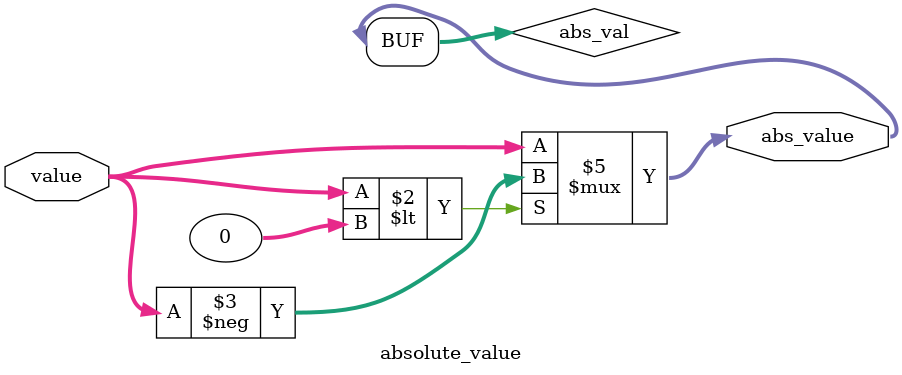
<source format=v>
module absolute_value(
  input signed [8:0] value,
  output [8:0] abs_value
);

reg [8:0] abs_val;

  always @* begin
    if (value < 0) begin
      abs_val = -value;
    end else begin
      abs_val <= value;
    end
  end

assign abs_value = abs_val;

endmodule

</source>
